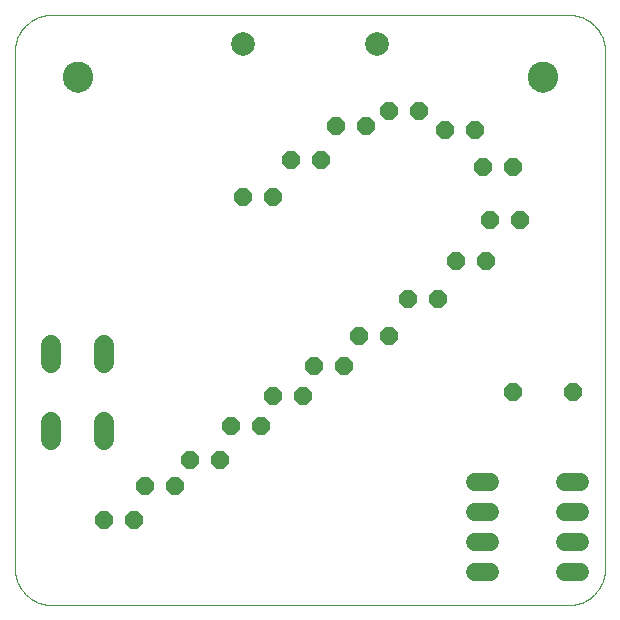
<source format=gts>
G75*
G70*
%OFA0B0*%
%FSLAX24Y24*%
%IPPOS*%
%LPD*%
%AMOC8*
5,1,8,0,0,1.08239X$1,22.5*
%
%ADD10C,0.0000*%
%ADD11C,0.1025*%
%ADD12OC8,0.0600*%
%ADD13C,0.0600*%
%ADD14C,0.0680*%
%ADD15C,0.0789*%
D10*
X000559Y001809D02*
X000559Y018994D01*
X000561Y019062D01*
X000566Y019129D01*
X000575Y019196D01*
X000588Y019263D01*
X000605Y019328D01*
X000624Y019393D01*
X000648Y019457D01*
X000675Y019519D01*
X000705Y019580D01*
X000738Y019638D01*
X000774Y019695D01*
X000814Y019750D01*
X000856Y019803D01*
X000902Y019854D01*
X000949Y019901D01*
X001000Y019947D01*
X001053Y019989D01*
X001108Y020029D01*
X001165Y020065D01*
X001223Y020098D01*
X001284Y020128D01*
X001346Y020155D01*
X001410Y020179D01*
X001475Y020198D01*
X001540Y020215D01*
X001607Y020228D01*
X001674Y020237D01*
X001741Y020242D01*
X001809Y020244D01*
X018994Y020244D01*
X019062Y020242D01*
X019129Y020237D01*
X019196Y020228D01*
X019263Y020215D01*
X019328Y020198D01*
X019393Y020179D01*
X019457Y020155D01*
X019519Y020128D01*
X019580Y020098D01*
X019638Y020065D01*
X019695Y020029D01*
X019750Y019989D01*
X019803Y019947D01*
X019854Y019901D01*
X019901Y019854D01*
X019947Y019803D01*
X019989Y019750D01*
X020029Y019695D01*
X020065Y019638D01*
X020098Y019580D01*
X020128Y019519D01*
X020155Y019457D01*
X020179Y019393D01*
X020198Y019328D01*
X020215Y019263D01*
X020228Y019196D01*
X020237Y019129D01*
X020242Y019062D01*
X020244Y018994D01*
X020244Y001809D01*
X020242Y001741D01*
X020237Y001674D01*
X020228Y001607D01*
X020215Y001540D01*
X020198Y001475D01*
X020179Y001410D01*
X020155Y001346D01*
X020128Y001284D01*
X020098Y001223D01*
X020065Y001165D01*
X020029Y001108D01*
X019989Y001053D01*
X019947Y001000D01*
X019901Y000949D01*
X019854Y000902D01*
X019803Y000856D01*
X019750Y000814D01*
X019695Y000774D01*
X019638Y000738D01*
X019580Y000705D01*
X019519Y000675D01*
X019457Y000648D01*
X019393Y000624D01*
X019328Y000605D01*
X019263Y000588D01*
X019196Y000575D01*
X019129Y000566D01*
X019062Y000561D01*
X018994Y000559D01*
X001809Y000559D01*
X001741Y000561D01*
X001674Y000566D01*
X001607Y000575D01*
X001540Y000588D01*
X001475Y000605D01*
X001410Y000624D01*
X001346Y000648D01*
X001284Y000675D01*
X001223Y000705D01*
X001165Y000738D01*
X001108Y000774D01*
X001053Y000814D01*
X001000Y000856D01*
X000949Y000902D01*
X000902Y000949D01*
X000856Y001000D01*
X000814Y001053D01*
X000774Y001108D01*
X000738Y001165D01*
X000705Y001223D01*
X000675Y001284D01*
X000648Y001346D01*
X000624Y001410D01*
X000605Y001475D01*
X000588Y001540D01*
X000575Y001607D01*
X000566Y001674D01*
X000561Y001741D01*
X000559Y001809D01*
X002179Y018151D02*
X002181Y018194D01*
X002187Y018236D01*
X002197Y018278D01*
X002210Y018319D01*
X002227Y018359D01*
X002248Y018396D01*
X002272Y018432D01*
X002299Y018465D01*
X002329Y018496D01*
X002362Y018524D01*
X002397Y018549D01*
X002434Y018570D01*
X002473Y018588D01*
X002513Y018602D01*
X002555Y018613D01*
X002597Y018620D01*
X002640Y018623D01*
X002683Y018622D01*
X002726Y018617D01*
X002768Y018608D01*
X002809Y018596D01*
X002849Y018580D01*
X002887Y018560D01*
X002923Y018537D01*
X002957Y018510D01*
X002989Y018481D01*
X003017Y018449D01*
X003043Y018414D01*
X003065Y018378D01*
X003084Y018339D01*
X003099Y018299D01*
X003111Y018258D01*
X003119Y018215D01*
X003123Y018172D01*
X003123Y018130D01*
X003119Y018087D01*
X003111Y018044D01*
X003099Y018003D01*
X003084Y017963D01*
X003065Y017924D01*
X003043Y017888D01*
X003017Y017853D01*
X002989Y017821D01*
X002957Y017792D01*
X002923Y017765D01*
X002887Y017742D01*
X002849Y017722D01*
X002809Y017706D01*
X002768Y017694D01*
X002726Y017685D01*
X002683Y017680D01*
X002640Y017679D01*
X002597Y017682D01*
X002555Y017689D01*
X002513Y017700D01*
X002473Y017714D01*
X002434Y017732D01*
X002397Y017753D01*
X002362Y017778D01*
X002329Y017806D01*
X002299Y017837D01*
X002272Y017870D01*
X002248Y017906D01*
X002227Y017943D01*
X002210Y017983D01*
X002197Y018024D01*
X002187Y018066D01*
X002181Y018108D01*
X002179Y018151D01*
X017679Y018151D02*
X017681Y018194D01*
X017687Y018236D01*
X017697Y018278D01*
X017710Y018319D01*
X017727Y018359D01*
X017748Y018396D01*
X017772Y018432D01*
X017799Y018465D01*
X017829Y018496D01*
X017862Y018524D01*
X017897Y018549D01*
X017934Y018570D01*
X017973Y018588D01*
X018013Y018602D01*
X018055Y018613D01*
X018097Y018620D01*
X018140Y018623D01*
X018183Y018622D01*
X018226Y018617D01*
X018268Y018608D01*
X018309Y018596D01*
X018349Y018580D01*
X018387Y018560D01*
X018423Y018537D01*
X018457Y018510D01*
X018489Y018481D01*
X018517Y018449D01*
X018543Y018414D01*
X018565Y018378D01*
X018584Y018339D01*
X018599Y018299D01*
X018611Y018258D01*
X018619Y018215D01*
X018623Y018172D01*
X018623Y018130D01*
X018619Y018087D01*
X018611Y018044D01*
X018599Y018003D01*
X018584Y017963D01*
X018565Y017924D01*
X018543Y017888D01*
X018517Y017853D01*
X018489Y017821D01*
X018457Y017792D01*
X018423Y017765D01*
X018387Y017742D01*
X018349Y017722D01*
X018309Y017706D01*
X018268Y017694D01*
X018226Y017685D01*
X018183Y017680D01*
X018140Y017679D01*
X018097Y017682D01*
X018055Y017689D01*
X018013Y017700D01*
X017973Y017714D01*
X017934Y017732D01*
X017897Y017753D01*
X017862Y017778D01*
X017829Y017806D01*
X017799Y017837D01*
X017772Y017870D01*
X017748Y017906D01*
X017727Y017943D01*
X017710Y017983D01*
X017697Y018024D01*
X017687Y018066D01*
X017681Y018108D01*
X017679Y018151D01*
D11*
X018151Y018151D03*
X002651Y018151D03*
D12*
X008151Y014151D03*
X009151Y014151D03*
X009776Y015401D03*
X010776Y015401D03*
X011276Y016526D03*
X012276Y016526D03*
X013026Y017026D03*
X014026Y017026D03*
X014901Y016401D03*
X015901Y016401D03*
X016151Y015151D03*
X017151Y015151D03*
X017401Y013401D03*
X016401Y013401D03*
X016276Y012026D03*
X015276Y012026D03*
X014651Y010776D03*
X013651Y010776D03*
X013026Y009526D03*
X012026Y009526D03*
X011526Y008526D03*
X010526Y008526D03*
X010151Y007526D03*
X009151Y007526D03*
X008776Y006526D03*
X007776Y006526D03*
X007401Y005401D03*
X006401Y005401D03*
X005901Y004526D03*
X004901Y004526D03*
X004526Y003401D03*
X003526Y003401D03*
X017151Y007651D03*
X019151Y007651D03*
D13*
X018891Y004651D02*
X019411Y004651D01*
X019411Y003651D02*
X018891Y003651D01*
X018891Y002651D02*
X019411Y002651D01*
X019411Y001651D02*
X018891Y001651D01*
X016411Y001651D02*
X015891Y001651D01*
X015891Y002651D02*
X016411Y002651D01*
X016411Y003651D02*
X015891Y003651D01*
X015891Y004651D02*
X016411Y004651D01*
D14*
X003541Y006071D02*
X003541Y006671D01*
X001761Y006671D02*
X001761Y006071D01*
X001761Y008631D02*
X001761Y009231D01*
X003541Y009231D02*
X003541Y008631D01*
D15*
X008161Y019256D03*
X012641Y019256D03*
M02*

</source>
